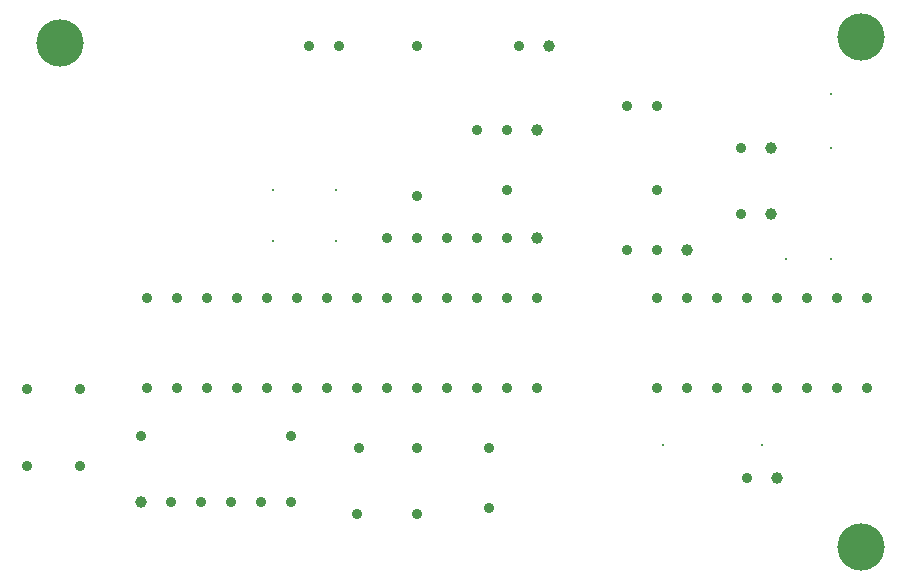
<source format=gbr>
G04 Generated by Ultiboard 14.0 *
%FSLAX34Y34*%
%MOMM*%

%ADD10C,0.0001*%
%ADD11C,0.8890*%
%ADD12C,0.9949*%
%ADD13C,0.1778*%
%ADD14C,4.0000*%


G04 ColorRGB 000000 for the following layer *
%LNDrill-Copper Top-Copper Bottom*%
%LPD*%
G54D11*
X137160Y76200D03*
X162560Y76200D03*
X213360Y76200D03*
X187960Y76200D03*
X238760Y76200D03*
X294640Y66040D03*
X345440Y66040D03*
X345440Y121920D03*
X296757Y121920D03*
X421640Y299720D03*
X396240Y299720D03*
X345440Y299720D03*
X370840Y299720D03*
X320040Y299720D03*
X548640Y340360D03*
X421640Y340360D03*
X421640Y391160D03*
X396240Y391160D03*
X619760Y320040D03*
X15240Y171873D03*
X60113Y171873D03*
X15240Y106680D03*
X60113Y106680D03*
X238760Y132080D03*
X111760Y132080D03*
X548640Y172720D03*
X726440Y172720D03*
X675640Y248920D03*
X701040Y248920D03*
X650240Y248920D03*
X599440Y248920D03*
X624840Y248920D03*
X574040Y248920D03*
X548640Y248920D03*
X574040Y172720D03*
X650240Y172720D03*
X675640Y172720D03*
X701040Y172720D03*
X599440Y172720D03*
X624840Y172720D03*
X726440Y248920D03*
X619760Y375920D03*
X548640Y289560D03*
X523240Y289560D03*
X345440Y462280D03*
X345440Y335280D03*
X431800Y462280D03*
X279400Y462280D03*
X254000Y462280D03*
X548640Y411480D03*
X523240Y411480D03*
X406400Y71120D03*
X406400Y121920D03*
X142240Y172720D03*
X167640Y172720D03*
X193040Y172720D03*
X243840Y172720D03*
X218440Y172720D03*
X269240Y172720D03*
X320040Y172720D03*
X294640Y172720D03*
X345440Y172720D03*
X370840Y172720D03*
X396240Y172720D03*
X421640Y172720D03*
X447040Y172720D03*
X116840Y172720D03*
X116840Y248920D03*
X142240Y248920D03*
X167640Y248920D03*
X193040Y248920D03*
X218440Y248920D03*
X243840Y248920D03*
X269240Y248920D03*
X294640Y248920D03*
X320040Y248920D03*
X345440Y248920D03*
X370840Y248920D03*
X396240Y248920D03*
X421640Y248920D03*
X447040Y248920D03*
X624840Y96520D03*
G54D12*
X111760Y76200D03*
X447040Y299720D03*
X447040Y391160D03*
X645160Y320040D03*
X645160Y375920D03*
X574040Y289560D03*
X457200Y462280D03*
X650240Y96520D03*
G54D13*
X695960Y421640D03*
X695960Y375920D03*
X695960Y281940D03*
X657860Y281940D03*
X223520Y340360D03*
X223520Y297180D03*
X276860Y340360D03*
X276860Y297180D03*
X637540Y124460D03*
X553720Y124460D03*
G54D14*
X43180Y464820D03*
X721360Y38100D03*
X721360Y469900D03*

M02*

</source>
